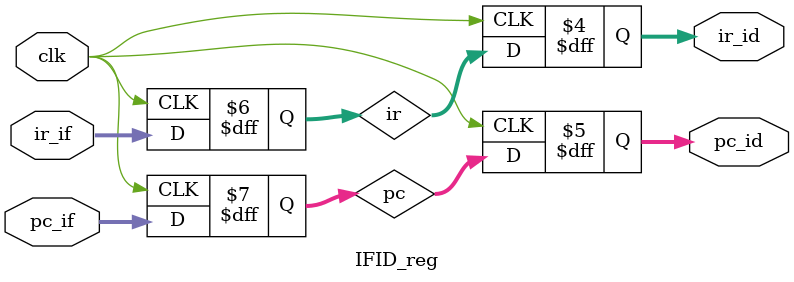
<source format=v>
`timescale 1ns / 1ps
module IFID_reg(
    input clk,
	 input [31:0] ir_if,
	 input [31:0] pc_if,
	 output reg [31:0] ir_id,
	 output reg [31:0] pc_id
	 );
	 
	reg [31:0] ir;
	reg [31:0] pc;
	
	initial begin
		ir = 0;
		pc = 0;
	end
	
	always @(posedge clk) begin
		ir <= ir_if;
		pc <= pc_if;
	end
	
	always @(negedge clk) begin
		ir_id <= ir;
		pc_id <= pc;
	end

endmodule

</source>
